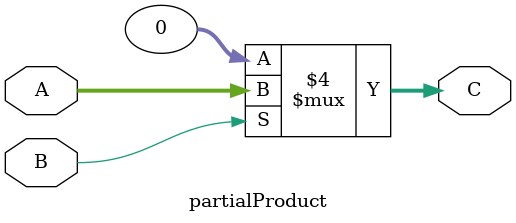
<source format=v>
`timescale 1ns / 1ps
module partialProduct(
    input [31:0] A,
    input B,
    output reg [31:0] C
    );
	 
	always@(A, B)
	begin
		if (B == 1'b0)
			C = {32{1'b0}};
		else
			C = A;
	end

endmodule

</source>
